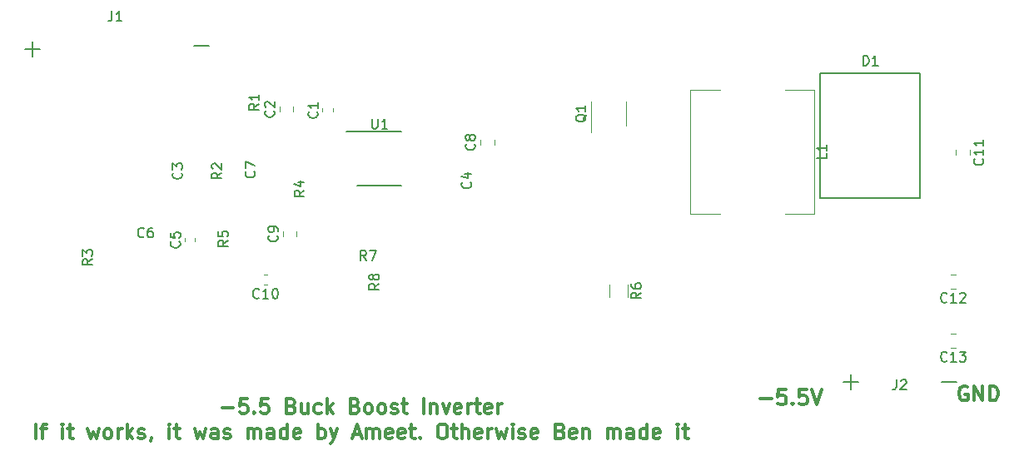
<source format=gbr>
G04 #@! TF.GenerationSoftware,KiCad,Pcbnew,5.0.2-bee76a0~70~ubuntu18.04.1*
G04 #@! TF.CreationDate,2019-04-11T17:57:36-07:00*
G04 #@! TF.ProjectId,BuckBoostInverter,4275636b-426f-46f7-9374-496e76657274,rev?*
G04 #@! TF.SameCoordinates,Original*
G04 #@! TF.FileFunction,Legend,Top*
G04 #@! TF.FilePolarity,Positive*
%FSLAX46Y46*%
G04 Gerber Fmt 4.6, Leading zero omitted, Abs format (unit mm)*
G04 Created by KiCad (PCBNEW 5.0.2-bee76a0~70~ubuntu18.04.1) date Thu 11 Apr 2019 05:57:36 PM PDT*
%MOMM*%
%LPD*%
G01*
G04 APERTURE LIST*
%ADD10C,0.300000*%
%ADD11C,0.120000*%
%ADD12C,0.150000*%
G04 APERTURE END LIST*
D10*
X90657142Y-114232142D02*
X91800000Y-114232142D01*
X93228571Y-113303571D02*
X92514285Y-113303571D01*
X92442857Y-114017857D01*
X92514285Y-113946428D01*
X92657142Y-113875000D01*
X93014285Y-113875000D01*
X93157142Y-113946428D01*
X93228571Y-114017857D01*
X93300000Y-114160714D01*
X93300000Y-114517857D01*
X93228571Y-114660714D01*
X93157142Y-114732142D01*
X93014285Y-114803571D01*
X92657142Y-114803571D01*
X92514285Y-114732142D01*
X92442857Y-114660714D01*
X93942857Y-114660714D02*
X94014285Y-114732142D01*
X93942857Y-114803571D01*
X93871428Y-114732142D01*
X93942857Y-114660714D01*
X93942857Y-114803571D01*
X95371428Y-113303571D02*
X94657142Y-113303571D01*
X94585714Y-114017857D01*
X94657142Y-113946428D01*
X94800000Y-113875000D01*
X95157142Y-113875000D01*
X95300000Y-113946428D01*
X95371428Y-114017857D01*
X95442857Y-114160714D01*
X95442857Y-114517857D01*
X95371428Y-114660714D01*
X95300000Y-114732142D01*
X95157142Y-114803571D01*
X94800000Y-114803571D01*
X94657142Y-114732142D01*
X94585714Y-114660714D01*
X97728571Y-114017857D02*
X97942857Y-114089285D01*
X98014285Y-114160714D01*
X98085714Y-114303571D01*
X98085714Y-114517857D01*
X98014285Y-114660714D01*
X97942857Y-114732142D01*
X97800000Y-114803571D01*
X97228571Y-114803571D01*
X97228571Y-113303571D01*
X97728571Y-113303571D01*
X97871428Y-113375000D01*
X97942857Y-113446428D01*
X98014285Y-113589285D01*
X98014285Y-113732142D01*
X97942857Y-113875000D01*
X97871428Y-113946428D01*
X97728571Y-114017857D01*
X97228571Y-114017857D01*
X99371428Y-113803571D02*
X99371428Y-114803571D01*
X98728571Y-113803571D02*
X98728571Y-114589285D01*
X98800000Y-114732142D01*
X98942857Y-114803571D01*
X99157142Y-114803571D01*
X99300000Y-114732142D01*
X99371428Y-114660714D01*
X100728571Y-114732142D02*
X100585714Y-114803571D01*
X100300000Y-114803571D01*
X100157142Y-114732142D01*
X100085714Y-114660714D01*
X100014285Y-114517857D01*
X100014285Y-114089285D01*
X100085714Y-113946428D01*
X100157142Y-113875000D01*
X100300000Y-113803571D01*
X100585714Y-113803571D01*
X100728571Y-113875000D01*
X101371428Y-114803571D02*
X101371428Y-113303571D01*
X101514285Y-114232142D02*
X101942857Y-114803571D01*
X101942857Y-113803571D02*
X101371428Y-114375000D01*
X104228571Y-114017857D02*
X104442857Y-114089285D01*
X104514285Y-114160714D01*
X104585714Y-114303571D01*
X104585714Y-114517857D01*
X104514285Y-114660714D01*
X104442857Y-114732142D01*
X104300000Y-114803571D01*
X103728571Y-114803571D01*
X103728571Y-113303571D01*
X104228571Y-113303571D01*
X104371428Y-113375000D01*
X104442857Y-113446428D01*
X104514285Y-113589285D01*
X104514285Y-113732142D01*
X104442857Y-113875000D01*
X104371428Y-113946428D01*
X104228571Y-114017857D01*
X103728571Y-114017857D01*
X105442857Y-114803571D02*
X105300000Y-114732142D01*
X105228571Y-114660714D01*
X105157142Y-114517857D01*
X105157142Y-114089285D01*
X105228571Y-113946428D01*
X105300000Y-113875000D01*
X105442857Y-113803571D01*
X105657142Y-113803571D01*
X105800000Y-113875000D01*
X105871428Y-113946428D01*
X105942857Y-114089285D01*
X105942857Y-114517857D01*
X105871428Y-114660714D01*
X105800000Y-114732142D01*
X105657142Y-114803571D01*
X105442857Y-114803571D01*
X106800000Y-114803571D02*
X106657142Y-114732142D01*
X106585714Y-114660714D01*
X106514285Y-114517857D01*
X106514285Y-114089285D01*
X106585714Y-113946428D01*
X106657142Y-113875000D01*
X106800000Y-113803571D01*
X107014285Y-113803571D01*
X107157142Y-113875000D01*
X107228571Y-113946428D01*
X107300000Y-114089285D01*
X107300000Y-114517857D01*
X107228571Y-114660714D01*
X107157142Y-114732142D01*
X107014285Y-114803571D01*
X106800000Y-114803571D01*
X107871428Y-114732142D02*
X108014285Y-114803571D01*
X108300000Y-114803571D01*
X108442857Y-114732142D01*
X108514285Y-114589285D01*
X108514285Y-114517857D01*
X108442857Y-114375000D01*
X108300000Y-114303571D01*
X108085714Y-114303571D01*
X107942857Y-114232142D01*
X107871428Y-114089285D01*
X107871428Y-114017857D01*
X107942857Y-113875000D01*
X108085714Y-113803571D01*
X108300000Y-113803571D01*
X108442857Y-113875000D01*
X108942857Y-113803571D02*
X109514285Y-113803571D01*
X109157142Y-113303571D02*
X109157142Y-114589285D01*
X109228571Y-114732142D01*
X109371428Y-114803571D01*
X109514285Y-114803571D01*
X111157142Y-114803571D02*
X111157142Y-113303571D01*
X111871428Y-113803571D02*
X111871428Y-114803571D01*
X111871428Y-113946428D02*
X111942857Y-113875000D01*
X112085714Y-113803571D01*
X112300000Y-113803571D01*
X112442857Y-113875000D01*
X112514285Y-114017857D01*
X112514285Y-114803571D01*
X113085714Y-113803571D02*
X113442857Y-114803571D01*
X113800000Y-113803571D01*
X114942857Y-114732142D02*
X114800000Y-114803571D01*
X114514285Y-114803571D01*
X114371428Y-114732142D01*
X114300000Y-114589285D01*
X114300000Y-114017857D01*
X114371428Y-113875000D01*
X114514285Y-113803571D01*
X114800000Y-113803571D01*
X114942857Y-113875000D01*
X115014285Y-114017857D01*
X115014285Y-114160714D01*
X114300000Y-114303571D01*
X115657142Y-114803571D02*
X115657142Y-113803571D01*
X115657142Y-114089285D02*
X115728571Y-113946428D01*
X115800000Y-113875000D01*
X115942857Y-113803571D01*
X116085714Y-113803571D01*
X116371428Y-113803571D02*
X116942857Y-113803571D01*
X116585714Y-113303571D02*
X116585714Y-114589285D01*
X116657142Y-114732142D01*
X116800000Y-114803571D01*
X116942857Y-114803571D01*
X118014285Y-114732142D02*
X117871428Y-114803571D01*
X117585714Y-114803571D01*
X117442857Y-114732142D01*
X117371428Y-114589285D01*
X117371428Y-114017857D01*
X117442857Y-113875000D01*
X117585714Y-113803571D01*
X117871428Y-113803571D01*
X118014285Y-113875000D01*
X118085714Y-114017857D01*
X118085714Y-114160714D01*
X117371428Y-114303571D01*
X118728571Y-114803571D02*
X118728571Y-113803571D01*
X118728571Y-114089285D02*
X118800000Y-113946428D01*
X118871428Y-113875000D01*
X119014285Y-113803571D01*
X119157142Y-113803571D01*
X71728571Y-117353571D02*
X71728571Y-115853571D01*
X72228571Y-116353571D02*
X72800000Y-116353571D01*
X72442857Y-117353571D02*
X72442857Y-116067857D01*
X72514285Y-115925000D01*
X72657142Y-115853571D01*
X72800000Y-115853571D01*
X74442857Y-117353571D02*
X74442857Y-116353571D01*
X74442857Y-115853571D02*
X74371428Y-115925000D01*
X74442857Y-115996428D01*
X74514285Y-115925000D01*
X74442857Y-115853571D01*
X74442857Y-115996428D01*
X74942857Y-116353571D02*
X75514285Y-116353571D01*
X75157142Y-115853571D02*
X75157142Y-117139285D01*
X75228571Y-117282142D01*
X75371428Y-117353571D01*
X75514285Y-117353571D01*
X77014285Y-116353571D02*
X77300000Y-117353571D01*
X77585714Y-116639285D01*
X77871428Y-117353571D01*
X78157142Y-116353571D01*
X78942857Y-117353571D02*
X78800000Y-117282142D01*
X78728571Y-117210714D01*
X78657142Y-117067857D01*
X78657142Y-116639285D01*
X78728571Y-116496428D01*
X78800000Y-116425000D01*
X78942857Y-116353571D01*
X79157142Y-116353571D01*
X79300000Y-116425000D01*
X79371428Y-116496428D01*
X79442857Y-116639285D01*
X79442857Y-117067857D01*
X79371428Y-117210714D01*
X79300000Y-117282142D01*
X79157142Y-117353571D01*
X78942857Y-117353571D01*
X80085714Y-117353571D02*
X80085714Y-116353571D01*
X80085714Y-116639285D02*
X80157142Y-116496428D01*
X80228571Y-116425000D01*
X80371428Y-116353571D01*
X80514285Y-116353571D01*
X81014285Y-117353571D02*
X81014285Y-115853571D01*
X81157142Y-116782142D02*
X81585714Y-117353571D01*
X81585714Y-116353571D02*
X81014285Y-116925000D01*
X82157142Y-117282142D02*
X82300000Y-117353571D01*
X82585714Y-117353571D01*
X82728571Y-117282142D01*
X82800000Y-117139285D01*
X82800000Y-117067857D01*
X82728571Y-116925000D01*
X82585714Y-116853571D01*
X82371428Y-116853571D01*
X82228571Y-116782142D01*
X82157142Y-116639285D01*
X82157142Y-116567857D01*
X82228571Y-116425000D01*
X82371428Y-116353571D01*
X82585714Y-116353571D01*
X82728571Y-116425000D01*
X83514285Y-117282142D02*
X83514285Y-117353571D01*
X83442857Y-117496428D01*
X83371428Y-117567857D01*
X85300000Y-117353571D02*
X85300000Y-116353571D01*
X85300000Y-115853571D02*
X85228571Y-115925000D01*
X85300000Y-115996428D01*
X85371428Y-115925000D01*
X85300000Y-115853571D01*
X85300000Y-115996428D01*
X85800000Y-116353571D02*
X86371428Y-116353571D01*
X86014285Y-115853571D02*
X86014285Y-117139285D01*
X86085714Y-117282142D01*
X86228571Y-117353571D01*
X86371428Y-117353571D01*
X87871428Y-116353571D02*
X88157142Y-117353571D01*
X88442857Y-116639285D01*
X88728571Y-117353571D01*
X89014285Y-116353571D01*
X90228571Y-117353571D02*
X90228571Y-116567857D01*
X90157142Y-116425000D01*
X90014285Y-116353571D01*
X89728571Y-116353571D01*
X89585714Y-116425000D01*
X90228571Y-117282142D02*
X90085714Y-117353571D01*
X89728571Y-117353571D01*
X89585714Y-117282142D01*
X89514285Y-117139285D01*
X89514285Y-116996428D01*
X89585714Y-116853571D01*
X89728571Y-116782142D01*
X90085714Y-116782142D01*
X90228571Y-116710714D01*
X90871428Y-117282142D02*
X91014285Y-117353571D01*
X91300000Y-117353571D01*
X91442857Y-117282142D01*
X91514285Y-117139285D01*
X91514285Y-117067857D01*
X91442857Y-116925000D01*
X91300000Y-116853571D01*
X91085714Y-116853571D01*
X90942857Y-116782142D01*
X90871428Y-116639285D01*
X90871428Y-116567857D01*
X90942857Y-116425000D01*
X91085714Y-116353571D01*
X91300000Y-116353571D01*
X91442857Y-116425000D01*
X93300000Y-117353571D02*
X93300000Y-116353571D01*
X93300000Y-116496428D02*
X93371428Y-116425000D01*
X93514285Y-116353571D01*
X93728571Y-116353571D01*
X93871428Y-116425000D01*
X93942857Y-116567857D01*
X93942857Y-117353571D01*
X93942857Y-116567857D02*
X94014285Y-116425000D01*
X94157142Y-116353571D01*
X94371428Y-116353571D01*
X94514285Y-116425000D01*
X94585714Y-116567857D01*
X94585714Y-117353571D01*
X95942857Y-117353571D02*
X95942857Y-116567857D01*
X95871428Y-116425000D01*
X95728571Y-116353571D01*
X95442857Y-116353571D01*
X95300000Y-116425000D01*
X95942857Y-117282142D02*
X95800000Y-117353571D01*
X95442857Y-117353571D01*
X95300000Y-117282142D01*
X95228571Y-117139285D01*
X95228571Y-116996428D01*
X95300000Y-116853571D01*
X95442857Y-116782142D01*
X95800000Y-116782142D01*
X95942857Y-116710714D01*
X97300000Y-117353571D02*
X97300000Y-115853571D01*
X97300000Y-117282142D02*
X97157142Y-117353571D01*
X96871428Y-117353571D01*
X96728571Y-117282142D01*
X96657142Y-117210714D01*
X96585714Y-117067857D01*
X96585714Y-116639285D01*
X96657142Y-116496428D01*
X96728571Y-116425000D01*
X96871428Y-116353571D01*
X97157142Y-116353571D01*
X97300000Y-116425000D01*
X98585714Y-117282142D02*
X98442857Y-117353571D01*
X98157142Y-117353571D01*
X98014285Y-117282142D01*
X97942857Y-117139285D01*
X97942857Y-116567857D01*
X98014285Y-116425000D01*
X98157142Y-116353571D01*
X98442857Y-116353571D01*
X98585714Y-116425000D01*
X98657142Y-116567857D01*
X98657142Y-116710714D01*
X97942857Y-116853571D01*
X100442857Y-117353571D02*
X100442857Y-115853571D01*
X100442857Y-116425000D02*
X100585714Y-116353571D01*
X100871428Y-116353571D01*
X101014285Y-116425000D01*
X101085714Y-116496428D01*
X101157142Y-116639285D01*
X101157142Y-117067857D01*
X101085714Y-117210714D01*
X101014285Y-117282142D01*
X100871428Y-117353571D01*
X100585714Y-117353571D01*
X100442857Y-117282142D01*
X101657142Y-116353571D02*
X102014285Y-117353571D01*
X102371428Y-116353571D02*
X102014285Y-117353571D01*
X101871428Y-117710714D01*
X101800000Y-117782142D01*
X101657142Y-117853571D01*
X104014285Y-116925000D02*
X104728571Y-116925000D01*
X103871428Y-117353571D02*
X104371428Y-115853571D01*
X104871428Y-117353571D01*
X105371428Y-117353571D02*
X105371428Y-116353571D01*
X105371428Y-116496428D02*
X105442857Y-116425000D01*
X105585714Y-116353571D01*
X105800000Y-116353571D01*
X105942857Y-116425000D01*
X106014285Y-116567857D01*
X106014285Y-117353571D01*
X106014285Y-116567857D02*
X106085714Y-116425000D01*
X106228571Y-116353571D01*
X106442857Y-116353571D01*
X106585714Y-116425000D01*
X106657142Y-116567857D01*
X106657142Y-117353571D01*
X107942857Y-117282142D02*
X107800000Y-117353571D01*
X107514285Y-117353571D01*
X107371428Y-117282142D01*
X107300000Y-117139285D01*
X107300000Y-116567857D01*
X107371428Y-116425000D01*
X107514285Y-116353571D01*
X107800000Y-116353571D01*
X107942857Y-116425000D01*
X108014285Y-116567857D01*
X108014285Y-116710714D01*
X107300000Y-116853571D01*
X109228571Y-117282142D02*
X109085714Y-117353571D01*
X108800000Y-117353571D01*
X108657142Y-117282142D01*
X108585714Y-117139285D01*
X108585714Y-116567857D01*
X108657142Y-116425000D01*
X108800000Y-116353571D01*
X109085714Y-116353571D01*
X109228571Y-116425000D01*
X109300000Y-116567857D01*
X109300000Y-116710714D01*
X108585714Y-116853571D01*
X109728571Y-116353571D02*
X110300000Y-116353571D01*
X109942857Y-115853571D02*
X109942857Y-117139285D01*
X110014285Y-117282142D01*
X110157142Y-117353571D01*
X110300000Y-117353571D01*
X110800000Y-117210714D02*
X110871428Y-117282142D01*
X110800000Y-117353571D01*
X110728571Y-117282142D01*
X110800000Y-117210714D01*
X110800000Y-117353571D01*
X112942857Y-115853571D02*
X113228571Y-115853571D01*
X113371428Y-115925000D01*
X113514285Y-116067857D01*
X113585714Y-116353571D01*
X113585714Y-116853571D01*
X113514285Y-117139285D01*
X113371428Y-117282142D01*
X113228571Y-117353571D01*
X112942857Y-117353571D01*
X112800000Y-117282142D01*
X112657142Y-117139285D01*
X112585714Y-116853571D01*
X112585714Y-116353571D01*
X112657142Y-116067857D01*
X112800000Y-115925000D01*
X112942857Y-115853571D01*
X114014285Y-116353571D02*
X114585714Y-116353571D01*
X114228571Y-115853571D02*
X114228571Y-117139285D01*
X114300000Y-117282142D01*
X114442857Y-117353571D01*
X114585714Y-117353571D01*
X115085714Y-117353571D02*
X115085714Y-115853571D01*
X115728571Y-117353571D02*
X115728571Y-116567857D01*
X115657142Y-116425000D01*
X115514285Y-116353571D01*
X115300000Y-116353571D01*
X115157142Y-116425000D01*
X115085714Y-116496428D01*
X117014285Y-117282142D02*
X116871428Y-117353571D01*
X116585714Y-117353571D01*
X116442857Y-117282142D01*
X116371428Y-117139285D01*
X116371428Y-116567857D01*
X116442857Y-116425000D01*
X116585714Y-116353571D01*
X116871428Y-116353571D01*
X117014285Y-116425000D01*
X117085714Y-116567857D01*
X117085714Y-116710714D01*
X116371428Y-116853571D01*
X117728571Y-117353571D02*
X117728571Y-116353571D01*
X117728571Y-116639285D02*
X117800000Y-116496428D01*
X117871428Y-116425000D01*
X118014285Y-116353571D01*
X118157142Y-116353571D01*
X118514285Y-116353571D02*
X118800000Y-117353571D01*
X119085714Y-116639285D01*
X119371428Y-117353571D01*
X119657142Y-116353571D01*
X120228571Y-117353571D02*
X120228571Y-116353571D01*
X120228571Y-115853571D02*
X120157142Y-115925000D01*
X120228571Y-115996428D01*
X120300000Y-115925000D01*
X120228571Y-115853571D01*
X120228571Y-115996428D01*
X120871428Y-117282142D02*
X121014285Y-117353571D01*
X121300000Y-117353571D01*
X121442857Y-117282142D01*
X121514285Y-117139285D01*
X121514285Y-117067857D01*
X121442857Y-116925000D01*
X121300000Y-116853571D01*
X121085714Y-116853571D01*
X120942857Y-116782142D01*
X120871428Y-116639285D01*
X120871428Y-116567857D01*
X120942857Y-116425000D01*
X121085714Y-116353571D01*
X121300000Y-116353571D01*
X121442857Y-116425000D01*
X122728571Y-117282142D02*
X122585714Y-117353571D01*
X122300000Y-117353571D01*
X122157142Y-117282142D01*
X122085714Y-117139285D01*
X122085714Y-116567857D01*
X122157142Y-116425000D01*
X122300000Y-116353571D01*
X122585714Y-116353571D01*
X122728571Y-116425000D01*
X122800000Y-116567857D01*
X122800000Y-116710714D01*
X122085714Y-116853571D01*
X125085714Y-116567857D02*
X125300000Y-116639285D01*
X125371428Y-116710714D01*
X125442857Y-116853571D01*
X125442857Y-117067857D01*
X125371428Y-117210714D01*
X125300000Y-117282142D01*
X125157142Y-117353571D01*
X124585714Y-117353571D01*
X124585714Y-115853571D01*
X125085714Y-115853571D01*
X125228571Y-115925000D01*
X125300000Y-115996428D01*
X125371428Y-116139285D01*
X125371428Y-116282142D01*
X125300000Y-116425000D01*
X125228571Y-116496428D01*
X125085714Y-116567857D01*
X124585714Y-116567857D01*
X126657142Y-117282142D02*
X126514285Y-117353571D01*
X126228571Y-117353571D01*
X126085714Y-117282142D01*
X126014285Y-117139285D01*
X126014285Y-116567857D01*
X126085714Y-116425000D01*
X126228571Y-116353571D01*
X126514285Y-116353571D01*
X126657142Y-116425000D01*
X126728571Y-116567857D01*
X126728571Y-116710714D01*
X126014285Y-116853571D01*
X127371428Y-116353571D02*
X127371428Y-117353571D01*
X127371428Y-116496428D02*
X127442857Y-116425000D01*
X127585714Y-116353571D01*
X127800000Y-116353571D01*
X127942857Y-116425000D01*
X128014285Y-116567857D01*
X128014285Y-117353571D01*
X129871428Y-117353571D02*
X129871428Y-116353571D01*
X129871428Y-116496428D02*
X129942857Y-116425000D01*
X130085714Y-116353571D01*
X130300000Y-116353571D01*
X130442857Y-116425000D01*
X130514285Y-116567857D01*
X130514285Y-117353571D01*
X130514285Y-116567857D02*
X130585714Y-116425000D01*
X130728571Y-116353571D01*
X130942857Y-116353571D01*
X131085714Y-116425000D01*
X131157142Y-116567857D01*
X131157142Y-117353571D01*
X132514285Y-117353571D02*
X132514285Y-116567857D01*
X132442857Y-116425000D01*
X132300000Y-116353571D01*
X132014285Y-116353571D01*
X131871428Y-116425000D01*
X132514285Y-117282142D02*
X132371428Y-117353571D01*
X132014285Y-117353571D01*
X131871428Y-117282142D01*
X131800000Y-117139285D01*
X131800000Y-116996428D01*
X131871428Y-116853571D01*
X132014285Y-116782142D01*
X132371428Y-116782142D01*
X132514285Y-116710714D01*
X133871428Y-117353571D02*
X133871428Y-115853571D01*
X133871428Y-117282142D02*
X133728571Y-117353571D01*
X133442857Y-117353571D01*
X133300000Y-117282142D01*
X133228571Y-117210714D01*
X133157142Y-117067857D01*
X133157142Y-116639285D01*
X133228571Y-116496428D01*
X133300000Y-116425000D01*
X133442857Y-116353571D01*
X133728571Y-116353571D01*
X133871428Y-116425000D01*
X135157142Y-117282142D02*
X135014285Y-117353571D01*
X134728571Y-117353571D01*
X134585714Y-117282142D01*
X134514285Y-117139285D01*
X134514285Y-116567857D01*
X134585714Y-116425000D01*
X134728571Y-116353571D01*
X135014285Y-116353571D01*
X135157142Y-116425000D01*
X135228571Y-116567857D01*
X135228571Y-116710714D01*
X134514285Y-116853571D01*
X137014285Y-117353571D02*
X137014285Y-116353571D01*
X137014285Y-115853571D02*
X136942857Y-115925000D01*
X137014285Y-115996428D01*
X137085714Y-115925000D01*
X137014285Y-115853571D01*
X137014285Y-115996428D01*
X137514285Y-116353571D02*
X138085714Y-116353571D01*
X137728571Y-115853571D02*
X137728571Y-117139285D01*
X137800000Y-117282142D01*
X137942857Y-117353571D01*
X138085714Y-117353571D01*
X166457142Y-112050000D02*
X166314285Y-111978571D01*
X166100000Y-111978571D01*
X165885714Y-112050000D01*
X165742857Y-112192857D01*
X165671428Y-112335714D01*
X165600000Y-112621428D01*
X165600000Y-112835714D01*
X165671428Y-113121428D01*
X165742857Y-113264285D01*
X165885714Y-113407142D01*
X166100000Y-113478571D01*
X166242857Y-113478571D01*
X166457142Y-113407142D01*
X166528571Y-113335714D01*
X166528571Y-112835714D01*
X166242857Y-112835714D01*
X167171428Y-113478571D02*
X167171428Y-111978571D01*
X168028571Y-113478571D01*
X168028571Y-111978571D01*
X168742857Y-113478571D02*
X168742857Y-111978571D01*
X169100000Y-111978571D01*
X169314285Y-112050000D01*
X169457142Y-112192857D01*
X169528571Y-112335714D01*
X169600000Y-112621428D01*
X169600000Y-112835714D01*
X169528571Y-113121428D01*
X169457142Y-113264285D01*
X169314285Y-113407142D01*
X169100000Y-113478571D01*
X168742857Y-113478571D01*
X145400000Y-113307142D02*
X146542857Y-113307142D01*
X147971428Y-112378571D02*
X147257142Y-112378571D01*
X147185714Y-113092857D01*
X147257142Y-113021428D01*
X147400000Y-112950000D01*
X147757142Y-112950000D01*
X147900000Y-113021428D01*
X147971428Y-113092857D01*
X148042857Y-113235714D01*
X148042857Y-113592857D01*
X147971428Y-113735714D01*
X147900000Y-113807142D01*
X147757142Y-113878571D01*
X147400000Y-113878571D01*
X147257142Y-113807142D01*
X147185714Y-113735714D01*
X148685714Y-113735714D02*
X148757142Y-113807142D01*
X148685714Y-113878571D01*
X148614285Y-113807142D01*
X148685714Y-113735714D01*
X148685714Y-113878571D01*
X150114285Y-112378571D02*
X149400000Y-112378571D01*
X149328571Y-113092857D01*
X149400000Y-113021428D01*
X149542857Y-112950000D01*
X149900000Y-112950000D01*
X150042857Y-113021428D01*
X150114285Y-113092857D01*
X150185714Y-113235714D01*
X150185714Y-113592857D01*
X150114285Y-113735714D01*
X150042857Y-113807142D01*
X149900000Y-113878571D01*
X149542857Y-113878571D01*
X149400000Y-113807142D01*
X149328571Y-113735714D01*
X150614285Y-112378571D02*
X151114285Y-113878571D01*
X151614285Y-112378571D01*
D11*
G04 #@! TO.C,Q1*
X131790000Y-85490000D02*
X131790000Y-83030000D01*
X128190000Y-86160000D02*
X128190000Y-83030000D01*
D12*
G04 #@! TO.C,D1*
X151520000Y-92885000D02*
X151520000Y-80185000D01*
X161680000Y-92885000D02*
X151520000Y-92885000D01*
X161680000Y-80185000D02*
X161680000Y-92885000D01*
X151520000Y-80185000D02*
X161680000Y-80185000D01*
D11*
G04 #@! TO.C,C1*
X100890000Y-84096267D02*
X100890000Y-83753733D01*
X101910000Y-84096267D02*
X101910000Y-83753733D01*
G04 #@! TO.C,C2*
X97910000Y-84086252D02*
X97910000Y-83563748D01*
X96490000Y-84086252D02*
X96490000Y-83563748D01*
G04 #@! TO.C,C5*
X86890000Y-97296267D02*
X86890000Y-96953733D01*
X87910000Y-97296267D02*
X87910000Y-96953733D01*
G04 #@! TO.C,C8*
X116915000Y-87461252D02*
X116915000Y-86938748D01*
X118335000Y-87461252D02*
X118335000Y-86938748D01*
G04 #@! TO.C,C9*
X98255000Y-96781252D02*
X98255000Y-96258748D01*
X96835000Y-96781252D02*
X96835000Y-96258748D01*
G04 #@! TO.C,C10*
X95246267Y-100690000D02*
X94903733Y-100690000D01*
X95246267Y-101710000D02*
X94903733Y-101710000D01*
G04 #@! TO.C,C11*
X166710000Y-87963748D02*
X166710000Y-88486252D01*
X165290000Y-87963748D02*
X165290000Y-88486252D01*
G04 #@! TO.C,C12*
X165286252Y-100690000D02*
X164763748Y-100690000D01*
X165286252Y-102110000D02*
X164763748Y-102110000D01*
G04 #@! TO.C,C13*
X165286252Y-108110000D02*
X164763748Y-108110000D01*
X165286252Y-106690000D02*
X164763748Y-106690000D01*
G04 #@! TO.C,L1*
X141300000Y-94450000D02*
X138300000Y-94450000D01*
X138300000Y-94450000D02*
X138300000Y-81850000D01*
X138300000Y-81850000D02*
X141300000Y-81850000D01*
X147900000Y-81850000D02*
X150900000Y-81850000D01*
X150900000Y-81850000D02*
X150900000Y-94450000D01*
X150900000Y-94450000D02*
X147900000Y-94450000D01*
G04 #@! TO.C,R6*
X131910000Y-101710436D02*
X131910000Y-102914564D01*
X130090000Y-101710436D02*
X130090000Y-102914564D01*
D12*
G04 #@! TO.C,U1*
X104430000Y-91625000D02*
X108930000Y-91625000D01*
X103305000Y-86075000D02*
X108930000Y-86075000D01*
G04 #@! TO.C,Q1*
X127737619Y-84355238D02*
X127690000Y-84450476D01*
X127594761Y-84545714D01*
X127451904Y-84688571D01*
X127404285Y-84783809D01*
X127404285Y-84879047D01*
X127642380Y-84831428D02*
X127594761Y-84926666D01*
X127499523Y-85021904D01*
X127309047Y-85069523D01*
X126975714Y-85069523D01*
X126785238Y-85021904D01*
X126690000Y-84926666D01*
X126642380Y-84831428D01*
X126642380Y-84640952D01*
X126690000Y-84545714D01*
X126785238Y-84450476D01*
X126975714Y-84402857D01*
X127309047Y-84402857D01*
X127499523Y-84450476D01*
X127594761Y-84545714D01*
X127642380Y-84640952D01*
X127642380Y-84831428D01*
X127642380Y-83450476D02*
X127642380Y-84021904D01*
X127642380Y-83736190D02*
X126642380Y-83736190D01*
X126785238Y-83831428D01*
X126880476Y-83926666D01*
X126928095Y-84021904D01*
G04 #@! TO.C,J1*
X79466666Y-73852380D02*
X79466666Y-74566666D01*
X79419047Y-74709523D01*
X79323809Y-74804761D01*
X79180952Y-74852380D01*
X79085714Y-74852380D01*
X80466666Y-74852380D02*
X79895238Y-74852380D01*
X80180952Y-74852380D02*
X80180952Y-73852380D01*
X80085714Y-73995238D01*
X79990476Y-74090476D01*
X79895238Y-74138095D01*
X87838095Y-77342857D02*
X89361904Y-77342857D01*
X70638095Y-77742857D02*
X72161904Y-77742857D01*
X71400000Y-78504761D02*
X71400000Y-76980952D01*
G04 #@! TO.C,J2*
X159266666Y-111352380D02*
X159266666Y-112066666D01*
X159219047Y-112209523D01*
X159123809Y-112304761D01*
X158980952Y-112352380D01*
X158885714Y-112352380D01*
X159695238Y-111447619D02*
X159742857Y-111400000D01*
X159838095Y-111352380D01*
X160076190Y-111352380D01*
X160171428Y-111400000D01*
X160219047Y-111447619D01*
X160266666Y-111542857D01*
X160266666Y-111638095D01*
X160219047Y-111780952D01*
X159647619Y-112352380D01*
X160266666Y-112352380D01*
X163838095Y-111542857D02*
X165361904Y-111542857D01*
X153838095Y-111542857D02*
X155361904Y-111542857D01*
X154600000Y-112304761D02*
X154600000Y-110780952D01*
G04 #@! TO.C,D1*
X155861904Y-79367380D02*
X155861904Y-78367380D01*
X156100000Y-78367380D01*
X156242857Y-78415000D01*
X156338095Y-78510238D01*
X156385714Y-78605476D01*
X156433333Y-78795952D01*
X156433333Y-78938809D01*
X156385714Y-79129285D01*
X156338095Y-79224523D01*
X156242857Y-79319761D01*
X156100000Y-79367380D01*
X155861904Y-79367380D01*
X157385714Y-79367380D02*
X156814285Y-79367380D01*
X157100000Y-79367380D02*
X157100000Y-78367380D01*
X157004761Y-78510238D01*
X156909523Y-78605476D01*
X156814285Y-78653095D01*
G04 #@! TO.C,C1*
X100327142Y-84091666D02*
X100374761Y-84139285D01*
X100422380Y-84282142D01*
X100422380Y-84377380D01*
X100374761Y-84520238D01*
X100279523Y-84615476D01*
X100184285Y-84663095D01*
X99993809Y-84710714D01*
X99850952Y-84710714D01*
X99660476Y-84663095D01*
X99565238Y-84615476D01*
X99470000Y-84520238D01*
X99422380Y-84377380D01*
X99422380Y-84282142D01*
X99470000Y-84139285D01*
X99517619Y-84091666D01*
X100422380Y-83139285D02*
X100422380Y-83710714D01*
X100422380Y-83425000D02*
X99422380Y-83425000D01*
X99565238Y-83520238D01*
X99660476Y-83615476D01*
X99708095Y-83710714D01*
G04 #@! TO.C,C2*
X95907142Y-83991666D02*
X95954761Y-84039285D01*
X96002380Y-84182142D01*
X96002380Y-84277380D01*
X95954761Y-84420238D01*
X95859523Y-84515476D01*
X95764285Y-84563095D01*
X95573809Y-84610714D01*
X95430952Y-84610714D01*
X95240476Y-84563095D01*
X95145238Y-84515476D01*
X95050000Y-84420238D01*
X95002380Y-84277380D01*
X95002380Y-84182142D01*
X95050000Y-84039285D01*
X95097619Y-83991666D01*
X95097619Y-83610714D02*
X95050000Y-83563095D01*
X95002380Y-83467857D01*
X95002380Y-83229761D01*
X95050000Y-83134523D01*
X95097619Y-83086904D01*
X95192857Y-83039285D01*
X95288095Y-83039285D01*
X95430952Y-83086904D01*
X96002380Y-83658333D01*
X96002380Y-83039285D01*
G04 #@! TO.C,C3*
X86527142Y-90281666D02*
X86574761Y-90329285D01*
X86622380Y-90472142D01*
X86622380Y-90567380D01*
X86574761Y-90710238D01*
X86479523Y-90805476D01*
X86384285Y-90853095D01*
X86193809Y-90900714D01*
X86050952Y-90900714D01*
X85860476Y-90853095D01*
X85765238Y-90805476D01*
X85670000Y-90710238D01*
X85622380Y-90567380D01*
X85622380Y-90472142D01*
X85670000Y-90329285D01*
X85717619Y-90281666D01*
X85622380Y-89948333D02*
X85622380Y-89329285D01*
X86003333Y-89662619D01*
X86003333Y-89519761D01*
X86050952Y-89424523D01*
X86098571Y-89376904D01*
X86193809Y-89329285D01*
X86431904Y-89329285D01*
X86527142Y-89376904D01*
X86574761Y-89424523D01*
X86622380Y-89519761D01*
X86622380Y-89805476D01*
X86574761Y-89900714D01*
X86527142Y-89948333D01*
G04 #@! TO.C,C4*
X115927142Y-91251666D02*
X115974761Y-91299285D01*
X116022380Y-91442142D01*
X116022380Y-91537380D01*
X115974761Y-91680238D01*
X115879523Y-91775476D01*
X115784285Y-91823095D01*
X115593809Y-91870714D01*
X115450952Y-91870714D01*
X115260476Y-91823095D01*
X115165238Y-91775476D01*
X115070000Y-91680238D01*
X115022380Y-91537380D01*
X115022380Y-91442142D01*
X115070000Y-91299285D01*
X115117619Y-91251666D01*
X115355714Y-90394523D02*
X116022380Y-90394523D01*
X114974761Y-90632619D02*
X115689047Y-90870714D01*
X115689047Y-90251666D01*
G04 #@! TO.C,C5*
X86327142Y-97291666D02*
X86374761Y-97339285D01*
X86422380Y-97482142D01*
X86422380Y-97577380D01*
X86374761Y-97720238D01*
X86279523Y-97815476D01*
X86184285Y-97863095D01*
X85993809Y-97910714D01*
X85850952Y-97910714D01*
X85660476Y-97863095D01*
X85565238Y-97815476D01*
X85470000Y-97720238D01*
X85422380Y-97577380D01*
X85422380Y-97482142D01*
X85470000Y-97339285D01*
X85517619Y-97291666D01*
X85422380Y-96386904D02*
X85422380Y-96863095D01*
X85898571Y-96910714D01*
X85850952Y-96863095D01*
X85803333Y-96767857D01*
X85803333Y-96529761D01*
X85850952Y-96434523D01*
X85898571Y-96386904D01*
X85993809Y-96339285D01*
X86231904Y-96339285D01*
X86327142Y-96386904D01*
X86374761Y-96434523D01*
X86422380Y-96529761D01*
X86422380Y-96767857D01*
X86374761Y-96863095D01*
X86327142Y-96910714D01*
G04 #@! TO.C,C6*
X82718333Y-96787142D02*
X82670714Y-96834761D01*
X82527857Y-96882380D01*
X82432619Y-96882380D01*
X82289761Y-96834761D01*
X82194523Y-96739523D01*
X82146904Y-96644285D01*
X82099285Y-96453809D01*
X82099285Y-96310952D01*
X82146904Y-96120476D01*
X82194523Y-96025238D01*
X82289761Y-95930000D01*
X82432619Y-95882380D01*
X82527857Y-95882380D01*
X82670714Y-95930000D01*
X82718333Y-95977619D01*
X83575476Y-95882380D02*
X83385000Y-95882380D01*
X83289761Y-95930000D01*
X83242142Y-95977619D01*
X83146904Y-96120476D01*
X83099285Y-96310952D01*
X83099285Y-96691904D01*
X83146904Y-96787142D01*
X83194523Y-96834761D01*
X83289761Y-96882380D01*
X83480238Y-96882380D01*
X83575476Y-96834761D01*
X83623095Y-96787142D01*
X83670714Y-96691904D01*
X83670714Y-96453809D01*
X83623095Y-96358571D01*
X83575476Y-96310952D01*
X83480238Y-96263333D01*
X83289761Y-96263333D01*
X83194523Y-96310952D01*
X83146904Y-96358571D01*
X83099285Y-96453809D01*
G04 #@! TO.C,C7*
X93927142Y-90166666D02*
X93974761Y-90214285D01*
X94022380Y-90357142D01*
X94022380Y-90452380D01*
X93974761Y-90595238D01*
X93879523Y-90690476D01*
X93784285Y-90738095D01*
X93593809Y-90785714D01*
X93450952Y-90785714D01*
X93260476Y-90738095D01*
X93165238Y-90690476D01*
X93070000Y-90595238D01*
X93022380Y-90452380D01*
X93022380Y-90357142D01*
X93070000Y-90214285D01*
X93117619Y-90166666D01*
X93022380Y-89833333D02*
X93022380Y-89166666D01*
X94022380Y-89595238D01*
G04 #@! TO.C,C8*
X116332142Y-87366666D02*
X116379761Y-87414285D01*
X116427380Y-87557142D01*
X116427380Y-87652380D01*
X116379761Y-87795238D01*
X116284523Y-87890476D01*
X116189285Y-87938095D01*
X115998809Y-87985714D01*
X115855952Y-87985714D01*
X115665476Y-87938095D01*
X115570238Y-87890476D01*
X115475000Y-87795238D01*
X115427380Y-87652380D01*
X115427380Y-87557142D01*
X115475000Y-87414285D01*
X115522619Y-87366666D01*
X115855952Y-86795238D02*
X115808333Y-86890476D01*
X115760714Y-86938095D01*
X115665476Y-86985714D01*
X115617857Y-86985714D01*
X115522619Y-86938095D01*
X115475000Y-86890476D01*
X115427380Y-86795238D01*
X115427380Y-86604761D01*
X115475000Y-86509523D01*
X115522619Y-86461904D01*
X115617857Y-86414285D01*
X115665476Y-86414285D01*
X115760714Y-86461904D01*
X115808333Y-86509523D01*
X115855952Y-86604761D01*
X115855952Y-86795238D01*
X115903571Y-86890476D01*
X115951190Y-86938095D01*
X116046428Y-86985714D01*
X116236904Y-86985714D01*
X116332142Y-86938095D01*
X116379761Y-86890476D01*
X116427380Y-86795238D01*
X116427380Y-86604761D01*
X116379761Y-86509523D01*
X116332142Y-86461904D01*
X116236904Y-86414285D01*
X116046428Y-86414285D01*
X115951190Y-86461904D01*
X115903571Y-86509523D01*
X115855952Y-86604761D01*
G04 #@! TO.C,C9*
X96252142Y-96686666D02*
X96299761Y-96734285D01*
X96347380Y-96877142D01*
X96347380Y-96972380D01*
X96299761Y-97115238D01*
X96204523Y-97210476D01*
X96109285Y-97258095D01*
X95918809Y-97305714D01*
X95775952Y-97305714D01*
X95585476Y-97258095D01*
X95490238Y-97210476D01*
X95395000Y-97115238D01*
X95347380Y-96972380D01*
X95347380Y-96877142D01*
X95395000Y-96734285D01*
X95442619Y-96686666D01*
X96347380Y-96210476D02*
X96347380Y-96020000D01*
X96299761Y-95924761D01*
X96252142Y-95877142D01*
X96109285Y-95781904D01*
X95918809Y-95734285D01*
X95537857Y-95734285D01*
X95442619Y-95781904D01*
X95395000Y-95829523D01*
X95347380Y-95924761D01*
X95347380Y-96115238D01*
X95395000Y-96210476D01*
X95442619Y-96258095D01*
X95537857Y-96305714D01*
X95775952Y-96305714D01*
X95871190Y-96258095D01*
X95918809Y-96210476D01*
X95966428Y-96115238D01*
X95966428Y-95924761D01*
X95918809Y-95829523D01*
X95871190Y-95781904D01*
X95775952Y-95734285D01*
G04 #@! TO.C,C10*
X94432142Y-102987142D02*
X94384523Y-103034761D01*
X94241666Y-103082380D01*
X94146428Y-103082380D01*
X94003571Y-103034761D01*
X93908333Y-102939523D01*
X93860714Y-102844285D01*
X93813095Y-102653809D01*
X93813095Y-102510952D01*
X93860714Y-102320476D01*
X93908333Y-102225238D01*
X94003571Y-102130000D01*
X94146428Y-102082380D01*
X94241666Y-102082380D01*
X94384523Y-102130000D01*
X94432142Y-102177619D01*
X95384523Y-103082380D02*
X94813095Y-103082380D01*
X95098809Y-103082380D02*
X95098809Y-102082380D01*
X95003571Y-102225238D01*
X94908333Y-102320476D01*
X94813095Y-102368095D01*
X96003571Y-102082380D02*
X96098809Y-102082380D01*
X96194047Y-102130000D01*
X96241666Y-102177619D01*
X96289285Y-102272857D01*
X96336904Y-102463333D01*
X96336904Y-102701428D01*
X96289285Y-102891904D01*
X96241666Y-102987142D01*
X96194047Y-103034761D01*
X96098809Y-103082380D01*
X96003571Y-103082380D01*
X95908333Y-103034761D01*
X95860714Y-102987142D01*
X95813095Y-102891904D01*
X95765476Y-102701428D01*
X95765476Y-102463333D01*
X95813095Y-102272857D01*
X95860714Y-102177619D01*
X95908333Y-102130000D01*
X96003571Y-102082380D01*
G04 #@! TO.C,C11*
X168007142Y-88867857D02*
X168054761Y-88915476D01*
X168102380Y-89058333D01*
X168102380Y-89153571D01*
X168054761Y-89296428D01*
X167959523Y-89391666D01*
X167864285Y-89439285D01*
X167673809Y-89486904D01*
X167530952Y-89486904D01*
X167340476Y-89439285D01*
X167245238Y-89391666D01*
X167150000Y-89296428D01*
X167102380Y-89153571D01*
X167102380Y-89058333D01*
X167150000Y-88915476D01*
X167197619Y-88867857D01*
X168102380Y-87915476D02*
X168102380Y-88486904D01*
X168102380Y-88201190D02*
X167102380Y-88201190D01*
X167245238Y-88296428D01*
X167340476Y-88391666D01*
X167388095Y-88486904D01*
X168102380Y-86963095D02*
X168102380Y-87534523D01*
X168102380Y-87248809D02*
X167102380Y-87248809D01*
X167245238Y-87344047D01*
X167340476Y-87439285D01*
X167388095Y-87534523D01*
G04 #@! TO.C,C12*
X164382142Y-103407142D02*
X164334523Y-103454761D01*
X164191666Y-103502380D01*
X164096428Y-103502380D01*
X163953571Y-103454761D01*
X163858333Y-103359523D01*
X163810714Y-103264285D01*
X163763095Y-103073809D01*
X163763095Y-102930952D01*
X163810714Y-102740476D01*
X163858333Y-102645238D01*
X163953571Y-102550000D01*
X164096428Y-102502380D01*
X164191666Y-102502380D01*
X164334523Y-102550000D01*
X164382142Y-102597619D01*
X165334523Y-103502380D02*
X164763095Y-103502380D01*
X165048809Y-103502380D02*
X165048809Y-102502380D01*
X164953571Y-102645238D01*
X164858333Y-102740476D01*
X164763095Y-102788095D01*
X165715476Y-102597619D02*
X165763095Y-102550000D01*
X165858333Y-102502380D01*
X166096428Y-102502380D01*
X166191666Y-102550000D01*
X166239285Y-102597619D01*
X166286904Y-102692857D01*
X166286904Y-102788095D01*
X166239285Y-102930952D01*
X165667857Y-103502380D01*
X166286904Y-103502380D01*
G04 #@! TO.C,C13*
X164382142Y-109407142D02*
X164334523Y-109454761D01*
X164191666Y-109502380D01*
X164096428Y-109502380D01*
X163953571Y-109454761D01*
X163858333Y-109359523D01*
X163810714Y-109264285D01*
X163763095Y-109073809D01*
X163763095Y-108930952D01*
X163810714Y-108740476D01*
X163858333Y-108645238D01*
X163953571Y-108550000D01*
X164096428Y-108502380D01*
X164191666Y-108502380D01*
X164334523Y-108550000D01*
X164382142Y-108597619D01*
X165334523Y-109502380D02*
X164763095Y-109502380D01*
X165048809Y-109502380D02*
X165048809Y-108502380D01*
X164953571Y-108645238D01*
X164858333Y-108740476D01*
X164763095Y-108788095D01*
X165667857Y-108502380D02*
X166286904Y-108502380D01*
X165953571Y-108883333D01*
X166096428Y-108883333D01*
X166191666Y-108930952D01*
X166239285Y-108978571D01*
X166286904Y-109073809D01*
X166286904Y-109311904D01*
X166239285Y-109407142D01*
X166191666Y-109454761D01*
X166096428Y-109502380D01*
X165810714Y-109502380D01*
X165715476Y-109454761D01*
X165667857Y-109407142D01*
G04 #@! TO.C,L1*
X152152380Y-88316666D02*
X152152380Y-88792857D01*
X151152380Y-88792857D01*
X152152380Y-87459523D02*
X152152380Y-88030952D01*
X152152380Y-87745238D02*
X151152380Y-87745238D01*
X151295238Y-87840476D01*
X151390476Y-87935714D01*
X151438095Y-88030952D01*
G04 #@! TO.C,R1*
X94422380Y-83281666D02*
X93946190Y-83615000D01*
X94422380Y-83853095D02*
X93422380Y-83853095D01*
X93422380Y-83472142D01*
X93470000Y-83376904D01*
X93517619Y-83329285D01*
X93612857Y-83281666D01*
X93755714Y-83281666D01*
X93850952Y-83329285D01*
X93898571Y-83376904D01*
X93946190Y-83472142D01*
X93946190Y-83853095D01*
X94422380Y-82329285D02*
X94422380Y-82900714D01*
X94422380Y-82615000D02*
X93422380Y-82615000D01*
X93565238Y-82710238D01*
X93660476Y-82805476D01*
X93708095Y-82900714D01*
G04 #@! TO.C,R2*
X90622380Y-90281666D02*
X90146190Y-90615000D01*
X90622380Y-90853095D02*
X89622380Y-90853095D01*
X89622380Y-90472142D01*
X89670000Y-90376904D01*
X89717619Y-90329285D01*
X89812857Y-90281666D01*
X89955714Y-90281666D01*
X90050952Y-90329285D01*
X90098571Y-90376904D01*
X90146190Y-90472142D01*
X90146190Y-90853095D01*
X89717619Y-89900714D02*
X89670000Y-89853095D01*
X89622380Y-89757857D01*
X89622380Y-89519761D01*
X89670000Y-89424523D01*
X89717619Y-89376904D01*
X89812857Y-89329285D01*
X89908095Y-89329285D01*
X90050952Y-89376904D01*
X90622380Y-89948333D01*
X90622380Y-89329285D01*
G04 #@! TO.C,R3*
X77482380Y-99081666D02*
X77006190Y-99415000D01*
X77482380Y-99653095D02*
X76482380Y-99653095D01*
X76482380Y-99272142D01*
X76530000Y-99176904D01*
X76577619Y-99129285D01*
X76672857Y-99081666D01*
X76815714Y-99081666D01*
X76910952Y-99129285D01*
X76958571Y-99176904D01*
X77006190Y-99272142D01*
X77006190Y-99653095D01*
X76482380Y-98748333D02*
X76482380Y-98129285D01*
X76863333Y-98462619D01*
X76863333Y-98319761D01*
X76910952Y-98224523D01*
X76958571Y-98176904D01*
X77053809Y-98129285D01*
X77291904Y-98129285D01*
X77387142Y-98176904D01*
X77434761Y-98224523D01*
X77482380Y-98319761D01*
X77482380Y-98605476D01*
X77434761Y-98700714D01*
X77387142Y-98748333D01*
G04 #@! TO.C,R4*
X99022380Y-92081666D02*
X98546190Y-92415000D01*
X99022380Y-92653095D02*
X98022380Y-92653095D01*
X98022380Y-92272142D01*
X98070000Y-92176904D01*
X98117619Y-92129285D01*
X98212857Y-92081666D01*
X98355714Y-92081666D01*
X98450952Y-92129285D01*
X98498571Y-92176904D01*
X98546190Y-92272142D01*
X98546190Y-92653095D01*
X98355714Y-91224523D02*
X99022380Y-91224523D01*
X97974761Y-91462619D02*
X98689047Y-91700714D01*
X98689047Y-91081666D01*
G04 #@! TO.C,R5*
X91282380Y-97166666D02*
X90806190Y-97500000D01*
X91282380Y-97738095D02*
X90282380Y-97738095D01*
X90282380Y-97357142D01*
X90330000Y-97261904D01*
X90377619Y-97214285D01*
X90472857Y-97166666D01*
X90615714Y-97166666D01*
X90710952Y-97214285D01*
X90758571Y-97261904D01*
X90806190Y-97357142D01*
X90806190Y-97738095D01*
X90282380Y-96261904D02*
X90282380Y-96738095D01*
X90758571Y-96785714D01*
X90710952Y-96738095D01*
X90663333Y-96642857D01*
X90663333Y-96404761D01*
X90710952Y-96309523D01*
X90758571Y-96261904D01*
X90853809Y-96214285D01*
X91091904Y-96214285D01*
X91187142Y-96261904D01*
X91234761Y-96309523D01*
X91282380Y-96404761D01*
X91282380Y-96642857D01*
X91234761Y-96738095D01*
X91187142Y-96785714D01*
G04 #@! TO.C,R6*
X133272380Y-102479166D02*
X132796190Y-102812500D01*
X133272380Y-103050595D02*
X132272380Y-103050595D01*
X132272380Y-102669642D01*
X132320000Y-102574404D01*
X132367619Y-102526785D01*
X132462857Y-102479166D01*
X132605714Y-102479166D01*
X132700952Y-102526785D01*
X132748571Y-102574404D01*
X132796190Y-102669642D01*
X132796190Y-103050595D01*
X132272380Y-101622023D02*
X132272380Y-101812500D01*
X132320000Y-101907738D01*
X132367619Y-101955357D01*
X132510476Y-102050595D01*
X132700952Y-102098214D01*
X133081904Y-102098214D01*
X133177142Y-102050595D01*
X133224761Y-102002976D01*
X133272380Y-101907738D01*
X133272380Y-101717261D01*
X133224761Y-101622023D01*
X133177142Y-101574404D01*
X133081904Y-101526785D01*
X132843809Y-101526785D01*
X132748571Y-101574404D01*
X132700952Y-101622023D01*
X132653333Y-101717261D01*
X132653333Y-101907738D01*
X132700952Y-102002976D01*
X132748571Y-102050595D01*
X132843809Y-102098214D01*
G04 #@! TO.C,R7*
X105318333Y-99222380D02*
X104985000Y-98746190D01*
X104746904Y-99222380D02*
X104746904Y-98222380D01*
X105127857Y-98222380D01*
X105223095Y-98270000D01*
X105270714Y-98317619D01*
X105318333Y-98412857D01*
X105318333Y-98555714D01*
X105270714Y-98650952D01*
X105223095Y-98698571D01*
X105127857Y-98746190D01*
X104746904Y-98746190D01*
X105651666Y-98222380D02*
X106318333Y-98222380D01*
X105889761Y-99222380D01*
G04 #@! TO.C,R8*
X106622380Y-101566666D02*
X106146190Y-101900000D01*
X106622380Y-102138095D02*
X105622380Y-102138095D01*
X105622380Y-101757142D01*
X105670000Y-101661904D01*
X105717619Y-101614285D01*
X105812857Y-101566666D01*
X105955714Y-101566666D01*
X106050952Y-101614285D01*
X106098571Y-101661904D01*
X106146190Y-101757142D01*
X106146190Y-102138095D01*
X106050952Y-100995238D02*
X106003333Y-101090476D01*
X105955714Y-101138095D01*
X105860476Y-101185714D01*
X105812857Y-101185714D01*
X105717619Y-101138095D01*
X105670000Y-101090476D01*
X105622380Y-100995238D01*
X105622380Y-100804761D01*
X105670000Y-100709523D01*
X105717619Y-100661904D01*
X105812857Y-100614285D01*
X105860476Y-100614285D01*
X105955714Y-100661904D01*
X106003333Y-100709523D01*
X106050952Y-100804761D01*
X106050952Y-100995238D01*
X106098571Y-101090476D01*
X106146190Y-101138095D01*
X106241428Y-101185714D01*
X106431904Y-101185714D01*
X106527142Y-101138095D01*
X106574761Y-101090476D01*
X106622380Y-100995238D01*
X106622380Y-100804761D01*
X106574761Y-100709523D01*
X106527142Y-100661904D01*
X106431904Y-100614285D01*
X106241428Y-100614285D01*
X106146190Y-100661904D01*
X106098571Y-100709523D01*
X106050952Y-100804761D01*
G04 #@! TO.C,U1*
X105918095Y-84802380D02*
X105918095Y-85611904D01*
X105965714Y-85707142D01*
X106013333Y-85754761D01*
X106108571Y-85802380D01*
X106299047Y-85802380D01*
X106394285Y-85754761D01*
X106441904Y-85707142D01*
X106489523Y-85611904D01*
X106489523Y-84802380D01*
X107489523Y-85802380D02*
X106918095Y-85802380D01*
X107203809Y-85802380D02*
X107203809Y-84802380D01*
X107108571Y-84945238D01*
X107013333Y-85040476D01*
X106918095Y-85088095D01*
G04 #@! TD*
M02*

</source>
